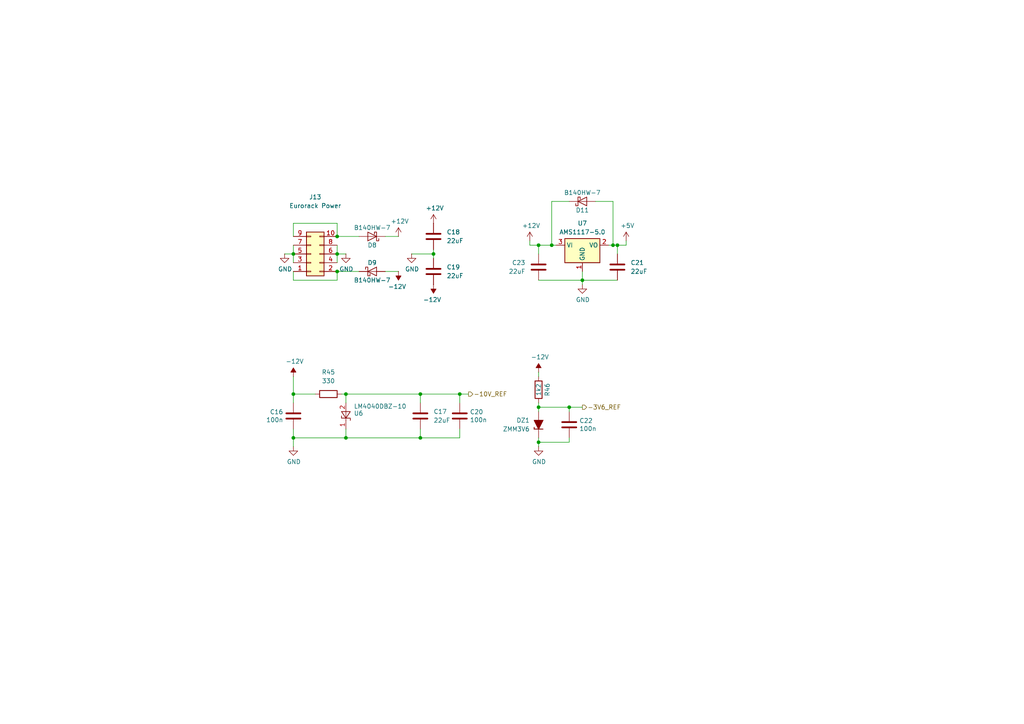
<source format=kicad_sch>
(kicad_sch (version 20231120) (generator "eeschema") (generator_version "8.0")
  (paper "A4")
  (title_block (title "Power") (date "2024-09-14") (rev "v0.1") (company "Sluisbrinkie"))
  (lib_symbols
    (symbol "Connector_Generic:Conn_02x05_Odd_Even" (pin_names (offset 1.016) hide)
      (property "Reference" "J" (at 1.27 7.62 0))
      (property "Value" "Conn_02x05_Odd_Even" (at 1.27 -7.62 0))
      (symbol "Conn_02x05_Odd_Even_1_1"
        (rectangle (start -1.27 -4.953) (end 0 -5.207) (stroke (width 0.1524)))
        (rectangle (start -1.27 -2.413) (end 0 -2.667) (stroke (width 0.1524)))
        (rectangle (start -1.27 0.127) (end 0 -0.127) (stroke (width 0.1524)))
        (rectangle (start -1.27 2.667) (end 0 2.413) (stroke (width 0.1524)))
        (rectangle (start -1.27 5.207) (end 0 4.953) (stroke (width 0.1524)))
        (rectangle (start -1.27 6.35) (end 3.81 -6.35) (stroke (width 0.254)) (fill (type background)))
        (rectangle (start 3.81 -4.953) (end 2.54 -5.207) (stroke (width 0.1524)))
        (rectangle (start 3.81 -2.413) (end 2.54 -2.667) (stroke (width 0.1524)))
        (rectangle (start 3.81 0.127) (end 2.54 -0.127) (stroke (width 0.1524)))
        (rectangle (start 3.81 2.667) (end 2.54 2.413) (stroke (width 0.1524)))
        (rectangle (start 3.81 5.207) (end 2.54 4.953) (stroke (width 0.1524)))
        (pin passive line (at -5.08 5.08 0) (length 3.81) (name "Pin_1") (number "1"))
        (pin passive line (at 7.62 -5.08 180) (length 3.81) (name "Pin_10") (number "10"))
        (pin passive line (at 7.62 5.08 180) (length 3.81) (name "Pin_2") (number "2"))
        (pin passive line (at -5.08 2.54 0) (length 3.81) (name "Pin_3") (number "3"))
        (pin passive line (at 7.62 2.54 180) (length 3.81) (name "Pin_4") (number "4"))
        (pin passive line (at -5.08 0 0) (length 3.81) (name "Pin_5") (number "5"))
        (pin passive line (at 7.62 0 180) (length 3.81) (name "Pin_6") (number "6"))
        (pin passive line (at -5.08 -2.54 0) (length 3.81) (name "Pin_7") (number "7"))
        (pin passive line (at 7.62 -2.54 180) (length 3.81) (name "Pin_8") (number "8"))
        (pin passive line (at -5.08 -5.08 0) (length 3.81) (name "Pin_9") (number "9"))
      )
    )
    (symbol "Device:C" (pin_numbers hide) (pin_names (offset 0.254))
      (property "Reference" "C" (at 0.635 2.54 0))
      (property "Value" "C" (at 0.635 -2.54 0))
      (symbol "C_0_1"
        (polyline (pts (xy -2.032 -0.762) (xy 2.032 -0.762)) (stroke (width 0.508)))
        (polyline (pts (xy -2.032 0.762) (xy 2.032 0.762)) (stroke (width 0.508)))
      )
      (symbol "C_1_1"
        (pin passive line (at 0 3.81 270) (length 2.794) (name "~") (number "1"))
        (pin passive line (at 0 -3.81 90) (length 2.794) (name "~") (number "2"))
      )
    )
    (symbol "Device:R" (pin_numbers hide) (pin_names (offset 0))
      (property "Reference" "R" (at 2.032 0 90))
      (property "Value" "R" (at 0 0 90))
      (symbol "R_0_1"
        (rectangle (start -1.016 -2.54) (end 1.016 2.54) (stroke (width 0.254)))
      )
      (symbol "R_1_1"
        (pin passive line (at 0 3.81 270) (length 1.27) (name "~") (number "1"))
        (pin passive line (at 0 -3.81 90) (length 1.27) (name "~") (number "2"))
      )
    )
    (symbol "PCM_4ms_Diode:B140HW-7" (pin_numbers hide) (pin_names (offset 1.016) hide)
      (property "Reference" "D" (at 0 2.54 0))
      (property "Value" "B140HW-7" (at 0 -2.54 0))
      (symbol "B140HW-7_0_1"
        (polyline (pts (xy 1.27 0) (xy -1.27 0)))
        (polyline (pts (xy 1.27 1.27) (xy 1.27 -1.27) (xy -1.27 0) (xy 1.27 1.27)) (stroke (width 0.2032)))
        (polyline (pts (xy -1.905 0.635) (xy -1.905 1.27) (xy -1.27 1.27) (xy -1.27 -1.27) (xy -0.635 -1.27) (xy -0.635 -0.635)) (stroke (width 0.2032)))
      )
      (symbol "B140HW-7_1_1"
        (pin passive line (at -3.81 0 0) (length 2.54) (name "K") (number "1"))
        (pin passive line (at 3.81 0 180) (length 2.54) (name "A") (number "2"))
      )
    )
    (symbol "PCM_Diode_Zener_AKL:MM3Z3V6ST" (pin_numbers hide) (pin_names (offset 1.016) hide)
      (property "Reference" "DZ" (at 0 5.08 0))
      (property "Value" "MM3Z3V6ST" (at 0 2.54 0))
      (symbol "MM3Z3V6ST_0_1"
        (polyline (pts (xy -1.27 0) (xy 1.27 0)))
        (polyline (pts (xy 1.27 1.27) (xy 0.762 1.27)) (stroke (width 0.254)))
        (polyline (pts (xy 1.27 1.27) (xy 1.27 -1.27)) (stroke (width 0.254)))
        (polyline (pts (xy -1.27 -1.27) (xy -1.27 1.27) (xy 1.27 0) (xy -1.27 -1.27)) (stroke (width 0.254)) (fill (type outline)))
      )
      (symbol "MM3Z3V6ST_0_2"
        (polyline (pts (xy -2.54 -2.54) (xy 2.54 2.54)))
        (polyline (pts (xy 0 1.778) (xy -0.381 1.397)) (stroke (width 0.254)))
        (polyline (pts (xy 0 1.778) (xy 1.778 0)) (stroke (width 0.254)))
        (polyline (pts (xy -0.889 -0.889) (xy -1.778 0) (xy 0.889 0.889) (xy 0 -1.778) (xy -0.889 -0.889)) (stroke (width 0.254)) (fill (type outline)))
      )
      (symbol "MM3Z3V6ST_1_1"
        (pin passive line (at 3.81 0 180) (length 2.54) (name "K") (number "1"))
        (pin passive line (at -3.81 0 0) (length 2.54) (name "A") (number "2"))
      )
      (symbol "MM3Z3V6ST_1_2"
        (pin passive line (at 2.54 2.54 180) (length 0) (name "K") (number "1"))
        (pin passive line (at -2.54 -2.54 0) (length 0) (name "A") (number "2"))
      )
    )
    (symbol "Reference_Voltage:LM4040DBZ-10" (pin_names (offset 0.0254) hide)
      (property "Reference" "U" (at 0 2.54 0))
      (property "Value" "LM4040DBZ-10" (at 0 -3.175 0))
      (symbol "LM4040DBZ-10_0_1"
        (polyline (pts (xy -1.27 0) (xy 0 0) (xy 1.27 0)))
        (polyline (pts (xy -1.27 -1.27) (xy 0.635 0) (xy -1.27 1.27) (xy -1.27 -1.27)) (stroke (width 0.2032)))
        (polyline (pts (xy 0 -1.27) (xy 0.635 -1.27) (xy 0.635 1.27) (xy 1.27 1.27)) (stroke (width 0.2032)))
      )
      (symbol "LM4040DBZ-10_1_1"
        (pin passive line (at 3.81 0 180) (length 2.54) (name "K") (number "1"))
        (pin passive line (at -3.81 0 0) (length 2.54) (name "A") (number "2"))
        (pin no_connect line (at -1.27 0 0) (length 2.54) hide (name "NC") (number "3"))
      )
    )
    (symbol "Regulator_Linear:AMS1117-5.0"
      (property "Reference" "U" (at -3.81 3.175 0))
      (property "Value" "AMS1117-5.0" (at 0 3.175 0))
      (symbol "AMS1117-5.0_0_1"
        (rectangle (start -5.08 -5.08) (end 5.08 1.905) (stroke (width 0.254)) (fill (type background)))
      )
      (symbol "AMS1117-5.0_1_1"
        (pin power_in line (at 0 -7.62 90) (length 2.54) (name "GND") (number "1"))
        (pin power_out line (at 7.62 0 180) (length 2.54) (name "VO") (number "2"))
        (pin power_in line (at -7.62 0 0) (length 2.54) (name "VI") (number "3"))
      )
    )
    (symbol "power:+12V" (power) (pin_numbers hide) (pin_names (offset 0) hide)
      (property "Value" "+12V" (at 0 3.556 0))
      (symbol "+12V_0_1"
        (polyline (pts (xy -0.762 1.27) (xy 0 2.54)))
        (polyline (pts (xy 0 0) (xy 0 2.54)))
        (polyline (pts (xy 0 2.54) (xy 0.762 1.27)))
      )
      (symbol "+12V_1_1"
        (pin power_in line (at 0 0 90) (length 0) (name "~") (number "1"))
      )
    )
    (symbol "power:+5V" (power) (pin_numbers hide) (pin_names (offset 0) hide)
      (property "Value" "+5V" (at 0 3.556 0))
      (symbol "+5V_0_1"
        (polyline (pts (xy -0.762 1.27) (xy 0 2.54)))
        (polyline (pts (xy 0 0) (xy 0 2.54)))
        (polyline (pts (xy 0 2.54) (xy 0.762 1.27)))
      )
      (symbol "+5V_1_1"
        (pin power_in line (at 0 0 90) (length 0) (name "~") (number "1"))
      )
    )
    (symbol "power:-12V" (power) (pin_numbers hide) (pin_names (offset 0) hide)
      (property "Value" "-12V" (at 0 3.556 0))
      (symbol "-12V_0_0"
        (pin power_in line (at 0 0 90) (length 0) (name "~") (number "1"))
      )
      (symbol "-12V_0_1"
        (polyline (pts (xy 0 0) (xy 0 1.27) (xy 0.762 1.27) (xy 0 2.54) (xy -0.762 1.27) (xy 0 1.27)) (fill (type outline)))
      )
    )
    (symbol "power:GND" (power) (pin_numbers hide) (pin_names (offset 0) hide)
      (property "Value" "GND" (at 0 -3.81 0))
      (symbol "GND_0_1"
        (polyline (pts (xy 0 0) (xy 0 -1.27) (xy 1.27 -1.27) (xy 0 -2.54) (xy -1.27 -1.27) (xy 0 -1.27)))
      )
      (symbol "GND_1_1"
        (pin power_in line (at 0 0 270) (length 0) (name "~") (number "1"))
      )
    )
  )
  (junction (at 133.35 114.3))
  (junction (at 177.8 71.12))
  (junction (at 156.21 118.11))
  (junction (at 97.79 73.66))
  (junction (at 125.73 73.66))
  (junction (at 85.09 127))
  (junction (at 97.79 78.74))
  (junction (at 100.33 127))
  (junction (at 156.21 128.27))
  (junction (at 85.09 114.3))
  (junction (at 100.33 114.3))
  (junction (at 97.79 68.58))
  (junction (at 121.92 127))
  (junction (at 121.92 114.3))
  (junction (at 179.07 71.12))
  (junction (at 160.02 71.12))
  (junction (at 165.1 118.11))
  (junction (at 156.21 71.12))
  (junction (at 168.91 81.28))
  (junction (at 85.09 73.66))
  (wire (pts (xy 119.38 73.66) (xy 125.73 73.66)))
  (wire (pts (xy 100.33 114.3) (xy 121.92 114.3)))
  (wire (pts (xy 181.61 69.85) (xy 181.61 71.12)))
  (wire (pts (xy 100.33 114.3) (xy 100.33 116.84)))
  (wire (pts (xy 133.35 124.46) (xy 133.35 127)))
  (wire (pts (xy 160.02 58.42) (xy 160.02 71.12)))
  (wire (pts (xy 156.21 119.38) (xy 156.21 118.11)))
  (wire (pts (xy 111.76 78.74) (xy 115.57 78.74)))
  (wire (pts (xy 156.21 81.28) (xy 168.91 81.28)))
  (wire (pts (xy 85.09 114.3) (xy 91.44 114.3)))
  (wire (pts (xy 125.73 73.66) (xy 125.73 74.93)))
  (wire (pts (xy 85.09 68.58) (xy 85.09 64.77)))
  (wire (pts (xy 156.21 128.27) (xy 165.1 128.27)))
  (wire (pts (xy 97.79 73.66) (xy 97.79 76.2)))
  (wire (pts (xy 85.09 81.28) (xy 97.79 81.28)))
  (wire (pts (xy 165.1 128.27) (xy 165.1 127)))
  (wire (pts (xy 181.61 71.12) (xy 179.07 71.12)))
  (wire (pts (xy 100.33 124.46) (xy 100.33 127)))
  (wire (pts (xy 121.92 114.3) (xy 121.92 116.84)))
  (wire (pts (xy 165.1 58.42) (xy 160.02 58.42)))
  (wire (pts (xy 156.21 116.84) (xy 156.21 118.11)))
  (wire (pts (xy 156.21 118.11) (xy 165.1 118.11)))
  (wire (pts (xy 97.79 64.77) (xy 97.79 68.58)))
  (wire (pts (xy 179.07 71.12) (xy 179.07 73.66)))
  (wire (pts (xy 133.35 114.3) (xy 135.89 114.3)))
  (wire (pts (xy 121.92 127) (xy 100.33 127)))
  (wire (pts (xy 85.09 124.46) (xy 85.09 127)))
  (wire (pts (xy 168.91 81.28) (xy 179.07 81.28)))
  (wire (pts (xy 85.09 127) (xy 85.09 129.54)))
  (wire (pts (xy 160.02 71.12) (xy 161.29 71.12)))
  (wire (pts (xy 85.09 71.12) (xy 85.09 73.66)))
  (wire (pts (xy 121.92 124.46) (xy 121.92 127)))
  (wire (pts (xy 168.91 78.74) (xy 168.91 81.28)))
  (wire (pts (xy 85.09 114.3) (xy 85.09 116.84)))
  (wire (pts (xy 99.06 114.3) (xy 100.33 114.3)))
  (wire (pts (xy 85.09 78.74) (xy 85.09 81.28)))
  (wire (pts (xy 176.53 71.12) (xy 177.8 71.12)))
  (wire (pts (xy 177.8 71.12) (xy 177.8 58.42)))
  (wire (pts (xy 121.92 114.3) (xy 133.35 114.3)))
  (wire (pts (xy 115.57 68.58) (xy 111.76 68.58)))
  (wire (pts (xy 85.09 109.22) (xy 85.09 114.3)))
  (wire (pts (xy 85.09 73.66) (xy 85.09 76.2)))
  (wire (pts (xy 156.21 129.54) (xy 156.21 128.27)))
  (wire (pts (xy 125.73 73.66) (xy 125.73 72.39)))
  (wire (pts (xy 165.1 118.11) (xy 168.91 118.11)))
  (wire (pts (xy 133.35 114.3) (xy 133.35 116.84)))
  (wire (pts (xy 177.8 71.12) (xy 179.07 71.12)))
  (wire (pts (xy 153.67 71.12) (xy 156.21 71.12)))
  (wire (pts (xy 156.21 71.12) (xy 160.02 71.12)))
  (wire (pts (xy 97.79 78.74) (xy 104.14 78.74)))
  (wire (pts (xy 100.33 127) (xy 85.09 127)))
  (wire (pts (xy 85.09 64.77) (xy 97.79 64.77)))
  (wire (pts (xy 165.1 119.38) (xy 165.1 118.11)))
  (wire (pts (xy 156.21 127) (xy 156.21 128.27)))
  (wire (pts (xy 156.21 73.66) (xy 156.21 71.12)))
  (wire (pts (xy 82.55 73.66) (xy 85.09 73.66)))
  (wire (pts (xy 156.21 107.95) (xy 156.21 109.22)))
  (wire (pts (xy 100.33 73.66) (xy 97.79 73.66)))
  (wire (pts (xy 172.72 58.42) (xy 177.8 58.42)))
  (wire (pts (xy 153.67 69.85) (xy 153.67 71.12)))
  (wire (pts (xy 97.79 81.28) (xy 97.79 78.74)))
  (wire (pts (xy 168.91 82.55) (xy 168.91 81.28)))
  (wire (pts (xy 97.79 71.12) (xy 97.79 73.66)))
  (wire (pts (xy 133.35 127) (xy 121.92 127)))
  (wire (pts (xy 97.79 68.58) (xy 104.14 68.58)))
  (hierarchical_label "-10V_REF" (shape output) (at 135.89 114.3 0))
  (hierarchical_label "-3V6_REF" (shape output) (at 168.91 118.11 0))
  (symbol (lib_id "power:-12V") (at 115.57 78.74 180) (unit 1)
    (property "Reference" "#PWR062" (effects (hide yes)))
    (property "Value" "-12V" (at 115.189 83.1342 0))
  )
  (symbol (lib_id "PCM_4ms_Diode:B140HW-7") (at 168.91 58.42 0) (mirror x) (unit 1)
    (property "Reference" "D11" (at 168.91 60.96 0))
    (property "Value" "B140HW-7" (at 168.91 55.88 0))
    (property "Footprint" "Diode_SMD:D_SOD-123" (effects (hide yes)))
    (property "Description" "SCHOTTKY RECTIFIER 1.0A 40Vrrm 0.55Vf" (effects (hide yes)))
    (property "Specifications" "SCHOTTKY RECTIFIER 1.0A 40Vrrm 0.55Vf" (effects (hide yes)))
    (property "Manufacturer" "Diodes Incorporated" (effects (hide yes)))
    (property "Part Number" "B140HW-7" (effects (hide yes)))
    (property "JLCPCB ID" "C134429" (effects (hide yes)))
    (property "Alt JLCPCB ID" "C8598" (effects (hide yes)))
    (property "Alt JLCPCB Part" "B5819W" (effects (hide yes)))
  )
  (symbol (lib_id "Regulator_Linear:AMS1117-5.0") (at 168.91 71.12 0) (unit 1)
    (property "Reference" "U7" (at 168.91 64.77 0))
    (property "Value" "AMS1117-5.0" (at 168.91 67.31 0))
    (property "Footprint" "Package_TO_SOT_SMD:SOT-223-3_TabPin2" (effects (hide yes)))
    (property "Datasheet" "http://www.advanced-monolithic.com/pdf/ds1117.pdf" (effects (hide yes)))
    (property "Description" "1A Low Dropout regulator, positive, 5.0V fixed output, SOT-223" (effects (hide yes)))
  )
  (symbol (lib_id "power:GND") (at 156.21 129.54 0) (unit 1)
    (property "Reference" "#PWR068" (effects (hide yes)))
    (property "Value" "GND" (at 156.337 133.9342 0))
  )
  (symbol (lib_id "Device:R") (at 156.21 113.03 180) (unit 1)
    (property "Reference" "R46" (at 158.75 113.03 90))
    (property "Value" "1k2" (at 156.21 113.03 90))
    (property "Footprint" "Resistor_SMD:R_0603_1608Metric_Pad0.98x0.95mm_HandSolder" (effects (hide yes)))
  )
  (symbol (lib_id "PCM_4ms_Diode:B140HW-7") (at 107.95 78.74 0) (unit 1)
    (property "Reference" "D9" (at 107.95 76.2 0))
    (property "Value" "B140HW-7" (at 107.95 81.28 0))
    (property "Footprint" "Diode_SMD:D_SOD-123" (effects (hide yes)))
    (property "Description" "SCHOTTKY RECTIFIER 1.0A 40Vrrm 0.55Vf" (effects (hide yes)))
    (property "Specifications" "SCHOTTKY RECTIFIER 1.0A 40Vrrm 0.55Vf" (effects (hide yes)))
    (property "Manufacturer" "Diodes Incorporated" (effects (hide yes)))
    (property "Part Number" "B140HW-7" (effects (hide yes)))
    (property "JLCPCB ID" "C134429" (effects (hide yes)))
    (property "Alt JLCPCB ID" "C8598" (effects (hide yes)))
    (property "Alt JLCPCB Part" "B5819W" (effects (hide yes)))
  )
  (symbol (lib_id "Reference_Voltage:LM4040DBZ-10") (at 100.33 120.65 270) (unit 1)
    (property "Reference" "U6" (at 102.616 119.888 90) (effects (justify left)))
    (property "Value" "LM4040DBZ-10" (at 102.616 117.856 90) (effects (justify left)))
    (property "Footprint" "Package_TO_SOT_SMD:SOT-23" (effects (hide yes)))
    (property "Datasheet" "http://www.ti.com/lit/ds/symlink/lm4040-n.pdf" (effects (hide yes)))
    (property "Description" "10.00V Precision Micropower Shunt Voltage Reference, SOT-23" (effects (hide yes)))
  )
  (symbol (lib_id "Device:C") (at 125.73 78.74 0) (unit 1)
    (property "Reference" "C19" (at 129.54 77.4699 0) (effects (justify left)))
    (property "Value" "22uF" (at 129.54 80.0099 0) (effects (justify left)))
    (property "Footprint" "Capacitor_SMD:C_1206_3216Metric_Pad1.33x1.80mm_HandSolder" (effects (hide yes)))
    (property "Description" "Unpolarized capacitor" (effects (hide yes)))
  )
  (symbol (lib_id "Device:C") (at 156.21 77.47 0) (mirror y) (unit 1)
    (property "Reference" "C23" (at 152.4 76.1999 0) (effects (justify left)))
    (property "Value" "22uF" (at 152.4 78.7399 0) (effects (justify left)))
    (property "Footprint" "Capacitor_SMD:C_1206_3216Metric_Pad1.33x1.80mm_HandSolder" (effects (hide yes)))
    (property "Description" "Unpolarized capacitor" (effects (hide yes)))
  )
  (symbol (lib_id "power:GND") (at 168.91 82.55 0) (unit 1)
    (property "Reference" "#PWR069" (effects (hide yes)))
    (property "Value" "GND" (at 169.037 86.9442 0))
  )
  (symbol (lib_id "Device:R") (at 95.25 114.3 90) (unit 1)
    (property "Reference" "R45" (at 95.25 107.95 90))
    (property "Value" "330" (at 95.25 110.49 90))
    (property "Footprint" "Resistor_SMD:R_0603_1608Metric_Pad0.98x0.95mm_HandSolder" (effects (hide yes)))
    (property "Description" "Resistor" (effects (hide yes)))
  )
  (symbol (lib_id "Device:C") (at 179.07 77.47 0) (unit 1)
    (property "Reference" "C21" (at 182.88 76.1999 0) (effects (justify left)))
    (property "Value" "22uF" (at 182.88 78.7399 0) (effects (justify left)))
    (property "Footprint" "Capacitor_SMD:C_1206_3216Metric_Pad1.33x1.80mm_HandSolder" (effects (hide yes)))
    (property "Description" "Unpolarized capacitor" (effects (hide yes)))
  )
  (symbol (lib_id "Device:C") (at 121.92 120.65 0) (unit 1)
    (property "Reference" "C17" (at 125.73 119.3799 0) (effects (justify left)))
    (property "Value" "22uF" (at 125.73 121.9199 0) (effects (justify left)))
    (property "Footprint" "Capacitor_SMD:C_1206_3216Metric_Pad1.33x1.80mm_HandSolder" (effects (hide yes)))
    (property "Description" "Unpolarized capacitor" (effects (hide yes)))
  )
  (symbol (lib_id "power:+12V") (at 115.57 68.58 0) (unit 1)
    (property "Reference" "#PWR061" (effects (hide yes)))
    (property "Value" "+12V" (at 115.951 64.1858 0))
  )
  (symbol (lib_id "Device:C") (at 165.1 123.19 0) (unit 1)
    (property "Reference" "C22" (at 168.021 122.0216 0) (effects (justify left)))
    (property "Value" "100n" (at 168.021 124.333 0) (effects (justify left)))
    (property "Footprint" "Capacitor_SMD:C_0603_1608Metric_Pad1.08x0.95mm_HandSolder" (effects (hide yes)))
  )
  (symbol (lib_id "power:GND") (at 85.09 129.54 0) (unit 1)
    (property "Reference" "#PWR059" (effects (hide yes)))
    (property "Value" "GND" (at 85.217 133.9342 0))
  )
  (symbol (lib_id "power:+5V") (at 181.61 69.85 0) (unit 1)
    (property "Reference" "#PWR070" (effects (hide yes)))
    (property "Value" "+5V" (at 181.991 65.4558 0))
  )
  (symbol (lib_id "power:-12V") (at 156.21 107.95 0) (unit 1)
    (property "Reference" "#PWR067" (effects (hide yes)))
    (property "Value" "-12V" (at 156.591 103.5558 0))
  )
  (symbol (lib_id "Device:C") (at 125.73 68.58 0) (unit 1)
    (property "Reference" "C18" (at 129.54 67.3099 0) (effects (justify left)))
    (property "Value" "22uF" (at 129.54 69.8499 0) (effects (justify left)))
    (property "Footprint" "Capacitor_SMD:C_1206_3216Metric_Pad1.33x1.80mm_HandSolder" (effects (hide yes)))
    (property "Description" "Unpolarized capacitor" (effects (hide yes)))
  )
  (symbol (lib_id "Connector_Generic:Conn_02x05_Odd_Even") (at 90.17 73.66 0) (mirror x) (unit 1)
    (property "Reference" "J13" (at 91.44 57.15 0))
    (property "Value" "Eurorack Power" (at 91.44 59.69 0))
    (property "Footprint" "Connector_IDC:IDC-Header_2x05_P2.54mm_Vertical" (effects (hide yes)))
  )
  (symbol (lib_id "power:+12V") (at 153.67 69.85 0) (unit 1)
    (property "Reference" "#PWR066" (effects (hide yes)))
    (property "Value" "+12V" (at 154.051 65.4558 0))
  )
  (symbol (lib_id "PCM_Diode_Zener_AKL:MM3Z3V6ST") (at 156.21 123.19 90) (mirror x) (unit 1)
    (property "Reference" "DZ1" (at 153.67 121.9199 90) (effects (justify left)))
    (property "Value" "ZMM3V6" (at 153.67 124.4599 90) (effects (justify left)))
    (property "Footprint" "PCM_Diode_SMD_AKL:D_SOD-323" (effects (hide yes)))
    (property "Datasheet" "https://www.tme.eu/Document/59602a643d19bb5d35c4e4c7d37742b4/MM3ZxxxST1G_SZMM3ZxxxST1G.pdf" (effects (hide yes)))
    (property "Description" "SOD-323 Zener diode, 3.6V, 300mW, Alternate KiCAD Library" (effects (hide yes)))
  )
  (symbol (lib_id "power:-12V") (at 125.73 82.55 180) (unit 1)
    (property "Reference" "#PWR065" (effects (hide yes)))
    (property "Value" "-12V" (at 125.349 86.9442 0))
  )
  (symbol (lib_id "Device:C") (at 85.09 120.65 0) (mirror y) (unit 1)
    (property "Reference" "C16" (at 82.169 119.4816 0) (effects (justify left)))
    (property "Value" "100n" (at 82.169 121.793 0) (effects (justify left)))
    (property "Footprint" "Capacitor_SMD:C_0603_1608Metric_Pad1.08x0.95mm_HandSolder" (effects (hide yes)))
  )
  (symbol (lib_id "power:GND") (at 82.55 73.66 0) (unit 1)
    (property "Reference" "#PWR057" (effects (hide yes)))
    (property "Value" "GND" (at 82.677 78.0542 0))
  )
  (symbol (lib_id "PCM_4ms_Diode:B140HW-7") (at 107.95 68.58 180) (unit 1)
    (property "Reference" "D8" (at 107.95 71.12 0))
    (property "Value" "B140HW-7" (at 107.95 66.04 0))
    (property "Footprint" "Diode_SMD:D_SOD-123" (effects (hide yes)))
    (property "Description" "SCHOTTKY RECTIFIER 1.0A 40Vrrm 0.55Vf" (effects (hide yes)))
    (property "Specifications" "SCHOTTKY RECTIFIER 1.0A 40Vrrm 0.55Vf" (effects (hide yes)))
    (property "Manufacturer" "Diodes Incorporated" (effects (hide yes)))
    (property "Part Number" "B140HW-7" (effects (hide yes)))
    (property "JLCPCB ID" "C134429" (effects (hide yes)))
    (property "Alt JLCPCB ID" "C8598" (effects (hide yes)))
    (property "Alt JLCPCB Part" "B5819W" (effects (hide yes)))
  )
  (symbol (lib_id "power:GND") (at 100.33 73.66 0) (unit 1)
    (property "Reference" "#PWR060" (effects (hide yes)))
    (property "Value" "GND" (at 100.457 78.0542 0))
  )
  (symbol (lib_id "power:-12V") (at 85.09 109.22 0) (unit 1)
    (property "Reference" "#PWR058" (effects (hide yes)))
    (property "Value" "-12V" (at 85.471 104.8258 0))
  )
  (symbol (lib_id "Device:C") (at 133.35 120.65 0) (unit 1)
    (property "Reference" "C20" (at 136.271 119.4816 0) (effects (justify left)))
    (property "Value" "100n" (at 136.271 121.793 0) (effects (justify left)))
    (property "Footprint" "Capacitor_SMD:C_0603_1608Metric_Pad1.08x0.95mm_HandSolder" (effects (hide yes)))
  )
  (symbol (lib_id "power:GND") (at 119.38 73.66 0) (unit 1)
    (property "Reference" "#PWR063" (effects (hide yes)))
    (property "Value" "GND" (at 119.507 78.0542 0))
  )
  (symbol (lib_id "power:+12V") (at 125.73 64.77 0) (unit 1)
    (property "Reference" "#PWR064" (effects (hide yes)))
    (property "Value" "+12V" (at 126.111 60.3758 0))
  )
)
</source>
